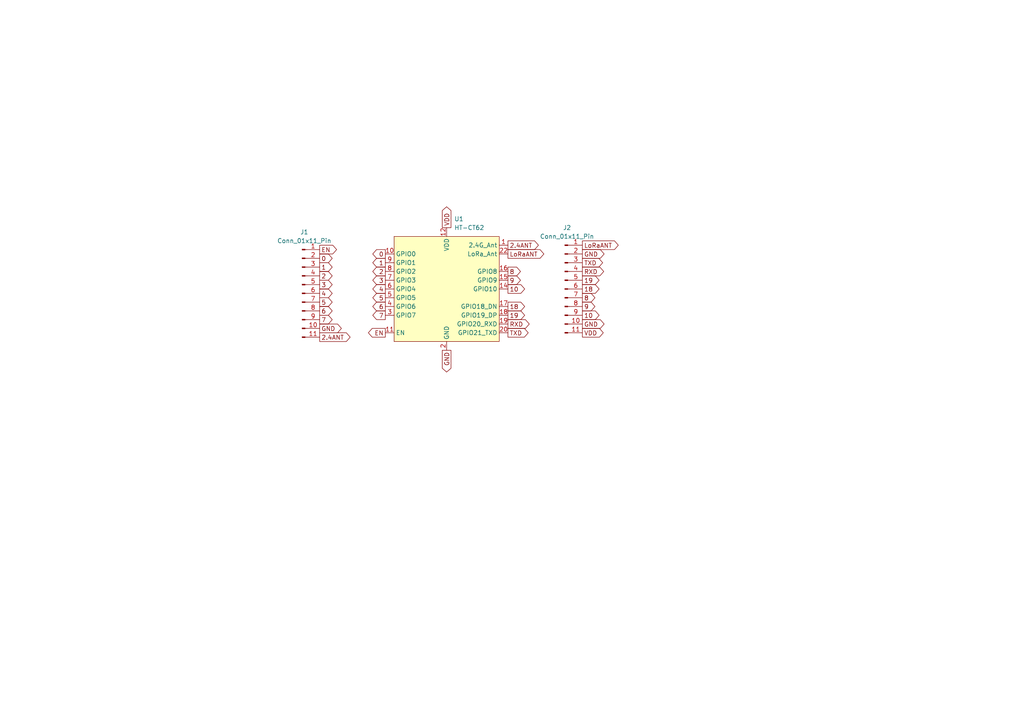
<source format=kicad_sch>
(kicad_sch (version 20231120) (generator "eeschema") (generator_version "8.0")
  (paper "A4")
  (lib_symbols
    (symbol "Connector:Conn_01x11_Pin" (pin_names (offset 1.016) hide)
      (property "Reference" "J" (at 0 15.24 0))
      (property "Value" "Conn_01x11_Pin" (at 0 -15.24 0))
      (symbol "Conn_01x11_Pin_1_1"
        (polyline (pts (xy 1.27 -12.7) (xy 0.8636 -12.7)) (stroke (width 0.1524)))
        (polyline (pts (xy 1.27 -10.16) (xy 0.8636 -10.16)) (stroke (width 0.1524)))
        (polyline (pts (xy 1.27 -7.62) (xy 0.8636 -7.62)) (stroke (width 0.1524)))
        (polyline (pts (xy 1.27 -5.08) (xy 0.8636 -5.08)) (stroke (width 0.1524)))
        (polyline (pts (xy 1.27 -2.54) (xy 0.8636 -2.54)) (stroke (width 0.1524)))
        (polyline (pts (xy 1.27 0) (xy 0.8636 0)) (stroke (width 0.1524)))
        (polyline (pts (xy 1.27 2.54) (xy 0.8636 2.54)) (stroke (width 0.1524)))
        (polyline (pts (xy 1.27 5.08) (xy 0.8636 5.08)) (stroke (width 0.1524)))
        (polyline (pts (xy 1.27 7.62) (xy 0.8636 7.62)) (stroke (width 0.1524)))
        (polyline (pts (xy 1.27 10.16) (xy 0.8636 10.16)) (stroke (width 0.1524)))
        (polyline (pts (xy 1.27 12.7) (xy 0.8636 12.7)) (stroke (width 0.1524)))
        (rectangle (start 0.8636 -12.573) (end 0 -12.827) (stroke (width 0.1524)) (fill (type outline)))
        (rectangle (start 0.8636 -10.033) (end 0 -10.287) (stroke (width 0.1524)) (fill (type outline)))
        (rectangle (start 0.8636 -7.493) (end 0 -7.747) (stroke (width 0.1524)) (fill (type outline)))
        (rectangle (start 0.8636 -4.953) (end 0 -5.207) (stroke (width 0.1524)) (fill (type outline)))
        (rectangle (start 0.8636 -2.413) (end 0 -2.667) (stroke (width 0.1524)) (fill (type outline)))
        (rectangle (start 0.8636 0.127) (end 0 -0.127) (stroke (width 0.1524)) (fill (type outline)))
        (rectangle (start 0.8636 2.667) (end 0 2.413) (stroke (width 0.1524)) (fill (type outline)))
        (rectangle (start 0.8636 5.207) (end 0 4.953) (stroke (width 0.1524)) (fill (type outline)))
        (rectangle (start 0.8636 7.747) (end 0 7.493) (stroke (width 0.1524)) (fill (type outline)))
        (rectangle (start 0.8636 10.287) (end 0 10.033) (stroke (width 0.1524)) (fill (type outline)))
        (rectangle (start 0.8636 12.827) (end 0 12.573) (stroke (width 0.1524)) (fill (type outline)))
        (pin passive line (at 5.08 12.7 180) (length 3.81) (name "Pin_1") (number "1"))
        (pin passive line (at 5.08 -10.16 180) (length 3.81) (name "Pin_10") (number "10"))
        (pin passive line (at 5.08 -12.7 180) (length 3.81) (name "Pin_11") (number "11"))
        (pin passive line (at 5.08 10.16 180) (length 3.81) (name "Pin_2") (number "2"))
        (pin passive line (at 5.08 7.62 180) (length 3.81) (name "Pin_3") (number "3"))
        (pin passive line (at 5.08 5.08 180) (length 3.81) (name "Pin_4") (number "4"))
        (pin passive line (at 5.08 2.54 180) (length 3.81) (name "Pin_5") (number "5"))
        (pin passive line (at 5.08 0 180) (length 3.81) (name "Pin_6") (number "6"))
        (pin passive line (at 5.08 -2.54 180) (length 3.81) (name "Pin_7") (number "7"))
        (pin passive line (at 5.08 -5.08 180) (length 3.81) (name "Pin_8") (number "8"))
        (pin passive line (at 5.08 -7.62 180) (length 3.81) (name "Pin_9") (number "9"))
      )
    )
    (symbol "RF_Module:HT-CT62"
      (property "Reference" "U" (at 0 0 0))
      (property "Value" "HT-CT62" (at 10.16 17.78 0))
      (symbol "HT-CT62_1_1"
        (rectangle (start -15.24 15.24) (end 15.24 -15.24) (fill (type background)))
        (pin bidirectional line (at 17.78 12.7 180) (length 2.54) (name "2.4G_Ant") (number "1"))
        (pin bidirectional line (at -17.78 10.16 0) (length 2.54) (name "GPIO0") (number "10"))
        (pin input line (at -17.78 -12.7 0) (length 2.54) (name "EN") (number "11"))
        (pin power_in line (at 0 17.78 270) (length 2.54) (name "VDD") (number "12"))
        (pin passive line (at 0 -17.78 90) (length 2.54) hide (name "GND") (number "13"))
        (pin bidirectional line (at 17.78 0 180) (length 2.54) (name "GPIO10") (number "14"))
        (pin bidirectional line (at 17.78 2.54 180) (length 2.54) (name "GPIO9") (number "15"))
        (pin bidirectional line (at 17.78 5.08 180) (length 2.54) (name "GPIO8") (number "16"))
        (pin bidirectional line (at 17.78 -5.08 180) (length 2.54) (name "GPIO18_DN") (number "17"))
        (pin bidirectional line (at 17.78 -7.62 180) (length 2.54) (name "GPIO19_DP") (number "18"))
        (pin bidirectional line (at 17.78 -10.16 180) (length 2.54) (name "GPIO20_RXD") (number "19"))
        (pin power_in line (at 0 -17.78 90) (length 2.54) (name "GND") (number "2"))
        (pin bidirectional line (at 17.78 -12.7 180) (length 2.54) (name "GPIO21_TXD") (number "20"))
        (pin passive line (at 0 -17.78 90) (length 2.54) hide (name "GND") (number "21"))
        (pin bidirectional line (at 17.78 10.16 180) (length 2.54) (name "LoRa_Ant") (number "22"))
        (pin bidirectional line (at -17.78 -7.62 0) (length 2.54) (name "GPIO7") (number "3"))
        (pin bidirectional line (at -17.78 -5.08 0) (length 2.54) (name "GPIO6") (number "4"))
        (pin bidirectional line (at -17.78 -2.54 0) (length 2.54) (name "GPIO5") (number "5"))
        (pin bidirectional line (at -17.78 0 0) (length 2.54) (name "GPIO4") (number "6"))
        (pin bidirectional line (at -17.78 2.54 0) (length 2.54) (name "GPIO3") (number "7"))
        (pin bidirectional line (at -17.78 5.08 0) (length 2.54) (name "GPIO2") (number "8"))
        (pin bidirectional line (at -17.78 7.62 0) (length 2.54) (name "GPIO1") (number "9"))
      )
    )
  )
  (global_label "GND" (shape output) (at 168.91 93.98 0) (property "Intersheetrefs" "${INTERSHEET_REFS}" (effects (hide yes))))
  (global_label "7" (shape output) (at 111.76 91.44 180) (property "Intersheetrefs" "${INTERSHEET_REFS}" (effects (hide yes))))
  (global_label "LoRaANT" (shape output) (at 147.32 73.66 0) (property "Intersheetrefs" "${INTERSHEET_REFS}" (effects (hide yes))))
  (global_label "GND" (shape output) (at 129.54 101.6 270) (property "Intersheetrefs" "${INTERSHEET_REFS}" (effects (hide yes))))
  (global_label "7" (shape output) (at 92.71 92.71 0) (property "Intersheetrefs" "${INTERSHEET_REFS}" (effects (hide yes))))
  (global_label "6" (shape output) (at 92.71 90.17 0) (property "Intersheetrefs" "${INTERSHEET_REFS}" (effects (hide yes))))
  (global_label "19" (shape output) (at 147.32 91.44 0) (property "Intersheetrefs" "${INTERSHEET_REFS}" (effects (hide yes))))
  (global_label "2" (shape output) (at 111.76 78.74 180) (property "Intersheetrefs" "${INTERSHEET_REFS}" (effects (hide yes))))
  (global_label "18" (shape output) (at 147.32 88.9 0) (property "Intersheetrefs" "${INTERSHEET_REFS}" (effects (hide yes))))
  (global_label "2" (shape output) (at 92.71 80.01 0) (property "Intersheetrefs" "${INTERSHEET_REFS}" (effects (hide yes))))
  (global_label "1" (shape output) (at 92.71 77.47 0) (property "Intersheetrefs" "${INTERSHEET_REFS}" (effects (hide yes))))
  (global_label "1" (shape output) (at 111.76 76.2 180) (property "Intersheetrefs" "${INTERSHEET_REFS}" (effects (hide yes))))
  (global_label "3" (shape output) (at 111.76 81.28 180) (property "Intersheetrefs" "${INTERSHEET_REFS}" (effects (hide yes))))
  (global_label "18" (shape output) (at 168.91 83.82 0) (property "Intersheetrefs" "${INTERSHEET_REFS}" (effects (hide yes))))
  (global_label "6" (shape output) (at 111.76 88.9 180) (property "Intersheetrefs" "${INTERSHEET_REFS}" (effects (hide yes))))
  (global_label "5" (shape output) (at 111.76 86.36 180) (property "Intersheetrefs" "${INTERSHEET_REFS}" (effects (hide yes))))
  (global_label "3" (shape output) (at 92.71 82.55 0) (property "Intersheetrefs" "${INTERSHEET_REFS}" (effects (hide yes))))
  (global_label "4" (shape output) (at 92.71 85.09 0) (property "Intersheetrefs" "${INTERSHEET_REFS}" (effects (hide yes))))
  (global_label "LoRaANT" (shape output) (at 168.91 71.12 0) (property "Intersheetrefs" "${INTERSHEET_REFS}" (effects (hide yes))))
  (global_label "RXD" (shape output) (at 147.32 93.98 0) (property "Intersheetrefs" "${INTERSHEET_REFS}" (effects (hide yes))))
  (global_label "8" (shape output) (at 147.32 78.74 0) (property "Intersheetrefs" "${INTERSHEET_REFS}" (effects (hide yes))))
  (global_label "TXD" (shape output) (at 168.91 76.2 0) (property "Intersheetrefs" "${INTERSHEET_REFS}" (effects (hide yes))))
  (global_label "0" (shape output) (at 92.71 74.93 0) (property "Intersheetrefs" "${INTERSHEET_REFS}" (effects (hide yes))))
  (global_label "9" (shape output) (at 168.91 88.9 0) (property "Intersheetrefs" "${INTERSHEET_REFS}" (effects (hide yes))))
  (global_label "2.4ANT" (shape output) (at 92.71 97.79 0) (property "Intersheetrefs" "${INTERSHEET_REFS}" (effects (hide yes))))
  (global_label "5" (shape output) (at 92.71 87.63 0) (property "Intersheetrefs" "${INTERSHEET_REFS}" (effects (hide yes))))
  (global_label "VDD" (shape output) (at 168.91 96.52 0) (property "Intersheetrefs" "${INTERSHEET_REFS}" (effects (hide yes))))
  (global_label "EN" (shape output) (at 111.76 96.52 180) (property "Intersheetrefs" "${INTERSHEET_REFS}" (effects (hide yes))))
  (global_label "EN" (shape output) (at 92.71 72.39 0) (property "Intersheetrefs" "${INTERSHEET_REFS}" (effects (hide yes))))
  (global_label "VDD" (shape output) (at 129.54 66.04 90) (property "Intersheetrefs" "${INTERSHEET_REFS}" (effects (hide yes))))
  (global_label "8" (shape output) (at 168.91 86.36 0) (property "Intersheetrefs" "${INTERSHEET_REFS}" (effects (hide yes))))
  (global_label "2.4ANT" (shape output) (at 147.32 71.12 0) (property "Intersheetrefs" "${INTERSHEET_REFS}" (effects (hide yes))))
  (global_label "0" (shape output) (at 111.76 73.66 180) (property "Intersheetrefs" "${INTERSHEET_REFS}" (effects (hide yes))))
  (global_label "GND" (shape output) (at 168.91 73.66 0) (property "Intersheetrefs" "${INTERSHEET_REFS}" (effects (hide yes))))
  (global_label "GND" (shape output) (at 92.71 95.25 0) (property "Intersheetrefs" "${INTERSHEET_REFS}" (effects (hide yes))))
  (global_label "4" (shape output) (at 111.76 83.82 180) (property "Intersheetrefs" "${INTERSHEET_REFS}" (effects (hide yes))))
  (global_label "TXD" (shape output) (at 147.32 96.52 0) (property "Intersheetrefs" "${INTERSHEET_REFS}" (effects (hide yes))))
  (global_label "RXD" (shape output) (at 168.91 78.74 0) (property "Intersheetrefs" "${INTERSHEET_REFS}" (effects (hide yes))))
  (global_label "10" (shape output) (at 168.91 91.44 0) (property "Intersheetrefs" "${INTERSHEET_REFS}" (effects (hide yes))))
  (global_label "10" (shape output) (at 147.32 83.82 0) (property "Intersheetrefs" "${INTERSHEET_REFS}" (effects (hide yes))))
  (global_label "9" (shape output) (at 147.32 81.28 0) (property "Intersheetrefs" "${INTERSHEET_REFS}" (effects (hide yes))))
  (global_label "19" (shape output) (at 168.91 81.28 0) (property "Intersheetrefs" "${INTERSHEET_REFS}" (effects (hide yes))))
  (symbol (lib_id "Connector:Conn_01x11_Pin") (at 87.63 85.09 0) (unit 1)
    (property "Reference" "J1" (at 88.265 67.31 0))
    (property "Value" "Conn_01x11_Pin" (at 88.265 69.85 0))
    (property "Footprint" "Connector_PinHeader_2.54mm:PinHeader_1x11_P2.54mm_Vertical" (effects (hide yes)))
    (property "Description" "Generic connector, single row, 01x11, script generated" (effects (hide yes)))
  )
  (symbol (lib_id "Connector:Conn_01x11_Pin") (at 163.83 83.82 0) (unit 1)
    (property "Reference" "J2" (at 164.465 66.04 0))
    (property "Value" "Conn_01x11_Pin" (at 164.465 68.58 0))
    (property "Footprint" "Connector_PinHeader_2.54mm:PinHeader_1x11_P2.54mm_Vertical" (effects (hide yes)))
    (property "Description" "Generic connector, single row, 01x11, script generated" (effects (hide yes)))
  )
  (symbol (lib_id "RF_Module:HT-CT62") (at 129.54 83.82 0) (unit 1)
    (property "Reference" "U1" (at 131.7341 63.5 0) (effects (justify left)))
    (property "Value" "HT-CT62" (at 131.7341 66.04 0) (effects (justify left)))
    (property "Footprint" "RF_Module:Heltec_HT-CT62" (effects (hide yes)))
    (property "Datasheet" "https://resource.heltec.cn/download/HT-CT62/HT-CT62(Rev1.1).pdf" (effects (hide yes)))
    (property "Description" "LoRa/LoRaWAN node module with ESP32-C3 and SX1262" (effects (hide yes)))
  )
)
</source>
